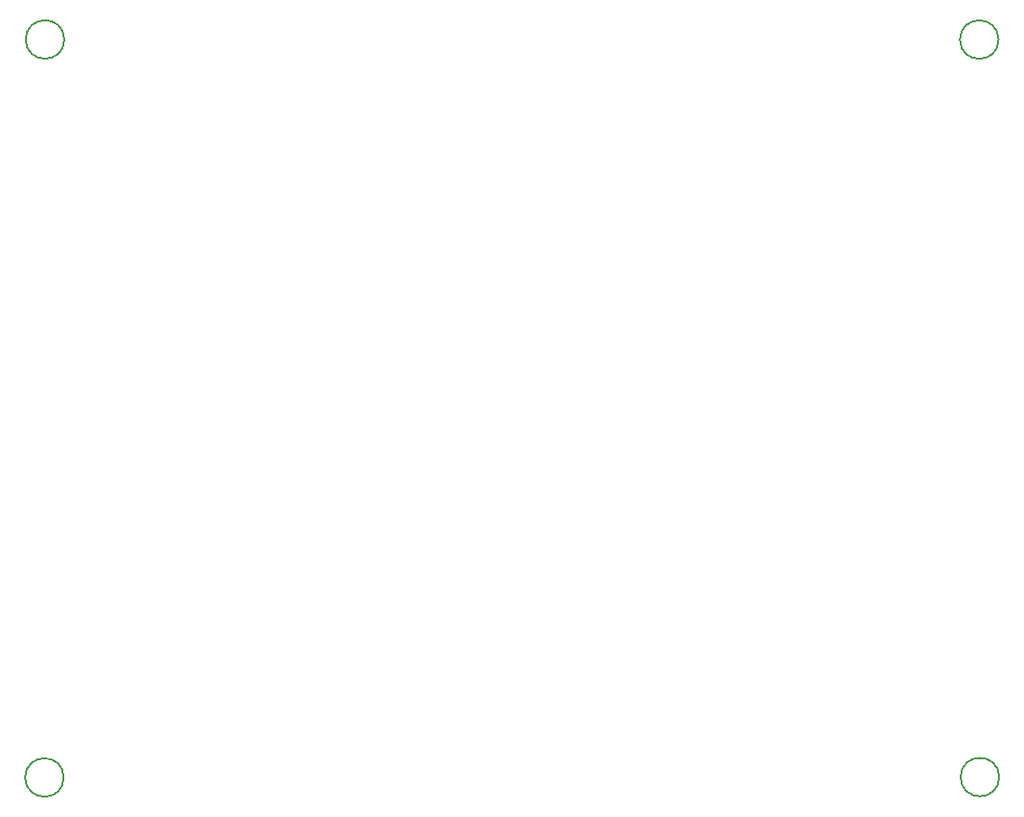
<source format=gbr>
%TF.GenerationSoftware,KiCad,Pcbnew,(5.1.10)-1*%
%TF.CreationDate,2021-12-03T15:52:50+05:30*%
%TF.ProjectId,Relay Board 2.0,52656c61-7920-4426-9f61-726420322e30,rev?*%
%TF.SameCoordinates,Original*%
%TF.FileFunction,Other,Comment*%
%FSLAX46Y46*%
G04 Gerber Fmt 4.6, Leading zero omitted, Abs format (unit mm)*
G04 Created by KiCad (PCBNEW (5.1.10)-1) date 2021-12-03 15:52:50*
%MOMM*%
%LPD*%
G01*
G04 APERTURE LIST*
%ADD10C,0.150000*%
G04 APERTURE END LIST*
D10*
%TO.C,H4*%
X104190000Y-116570000D02*
G75*
G03*
X104190000Y-116570000I-1750000J0D01*
G01*
%TO.C,H3*%
X189270000Y-116530000D02*
G75*
G03*
X189270000Y-116530000I-1750000J0D01*
G01*
%TO.C,H2*%
X189210000Y-49430000D02*
G75*
G03*
X189210000Y-49430000I-1750000J0D01*
G01*
%TO.C,H1*%
X104240000Y-49420000D02*
G75*
G03*
X104240000Y-49420000I-1750000J0D01*
G01*
%TD*%
M02*

</source>
